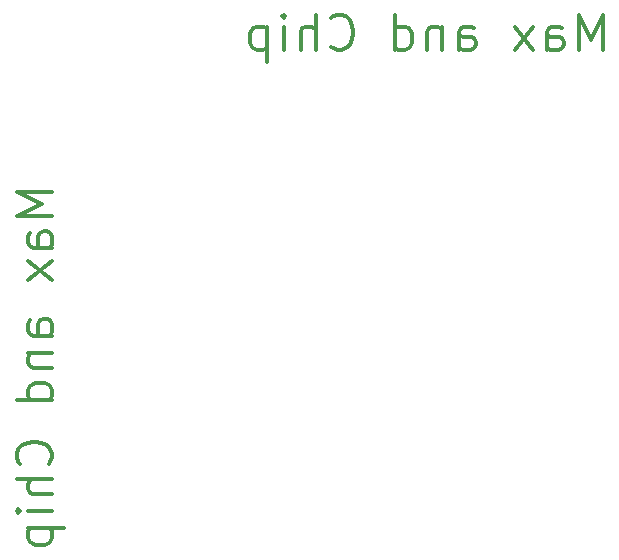
<source format=gbr>
G04 #@! TF.FileFunction,Legend,Bot*
%FSLAX46Y46*%
G04 Gerber Fmt 4.6, Leading zero omitted, Abs format (unit mm)*
G04 Created by KiCad (PCBNEW 4.0.7) date 01/05/18 17:04:07*
%MOMM*%
%LPD*%
G01*
G04 APERTURE LIST*
%ADD10C,0.100000*%
%ADD11C,0.300000*%
G04 APERTURE END LIST*
D10*
D11*
X105979743Y-84253658D02*
X102979743Y-84253658D01*
X105122600Y-85253658D01*
X102979743Y-86253658D01*
X105979743Y-86253658D01*
X105979743Y-88967943D02*
X104408314Y-88967943D01*
X104122600Y-88825086D01*
X103979743Y-88539372D01*
X103979743Y-87967943D01*
X104122600Y-87682229D01*
X105836886Y-88967943D02*
X105979743Y-88682229D01*
X105979743Y-87967943D01*
X105836886Y-87682229D01*
X105551171Y-87539372D01*
X105265457Y-87539372D01*
X104979743Y-87682229D01*
X104836886Y-87967943D01*
X104836886Y-88682229D01*
X104694029Y-88967943D01*
X105979743Y-90110800D02*
X103979743Y-91682229D01*
X103979743Y-90110800D02*
X105979743Y-91682229D01*
X105979743Y-96396514D02*
X104408314Y-96396514D01*
X104122600Y-96253657D01*
X103979743Y-95967943D01*
X103979743Y-95396514D01*
X104122600Y-95110800D01*
X105836886Y-96396514D02*
X105979743Y-96110800D01*
X105979743Y-95396514D01*
X105836886Y-95110800D01*
X105551171Y-94967943D01*
X105265457Y-94967943D01*
X104979743Y-95110800D01*
X104836886Y-95396514D01*
X104836886Y-96110800D01*
X104694029Y-96396514D01*
X103979743Y-97825086D02*
X105979743Y-97825086D01*
X104265457Y-97825086D02*
X104122600Y-97967943D01*
X103979743Y-98253657D01*
X103979743Y-98682229D01*
X104122600Y-98967943D01*
X104408314Y-99110800D01*
X105979743Y-99110800D01*
X105979743Y-101825086D02*
X102979743Y-101825086D01*
X105836886Y-101825086D02*
X105979743Y-101539372D01*
X105979743Y-100967943D01*
X105836886Y-100682229D01*
X105694029Y-100539372D01*
X105408314Y-100396515D01*
X104551171Y-100396515D01*
X104265457Y-100539372D01*
X104122600Y-100682229D01*
X103979743Y-100967943D01*
X103979743Y-101539372D01*
X104122600Y-101825086D01*
X105694029Y-107253657D02*
X105836886Y-107110800D01*
X105979743Y-106682229D01*
X105979743Y-106396515D01*
X105836886Y-105967943D01*
X105551171Y-105682229D01*
X105265457Y-105539372D01*
X104694029Y-105396515D01*
X104265457Y-105396515D01*
X103694029Y-105539372D01*
X103408314Y-105682229D01*
X103122600Y-105967943D01*
X102979743Y-106396515D01*
X102979743Y-106682229D01*
X103122600Y-107110800D01*
X103265457Y-107253657D01*
X105979743Y-108539372D02*
X102979743Y-108539372D01*
X105979743Y-109825086D02*
X104408314Y-109825086D01*
X104122600Y-109682229D01*
X103979743Y-109396515D01*
X103979743Y-108967943D01*
X104122600Y-108682229D01*
X104265457Y-108539372D01*
X105979743Y-111253658D02*
X103979743Y-111253658D01*
X102979743Y-111253658D02*
X103122600Y-111110801D01*
X103265457Y-111253658D01*
X103122600Y-111396515D01*
X102979743Y-111253658D01*
X103265457Y-111253658D01*
X103979743Y-112682229D02*
X106979743Y-112682229D01*
X104122600Y-112682229D02*
X103979743Y-112967943D01*
X103979743Y-113539372D01*
X104122600Y-113825086D01*
X104265457Y-113967943D01*
X104551171Y-114110800D01*
X105408314Y-114110800D01*
X105694029Y-113967943D01*
X105836886Y-113825086D01*
X105979743Y-113539372D01*
X105979743Y-112967943D01*
X105836886Y-112682229D01*
X152601342Y-72223143D02*
X152601342Y-69223143D01*
X151601342Y-71366000D01*
X150601342Y-69223143D01*
X150601342Y-72223143D01*
X147887057Y-72223143D02*
X147887057Y-70651714D01*
X148029914Y-70366000D01*
X148315628Y-70223143D01*
X148887057Y-70223143D01*
X149172771Y-70366000D01*
X147887057Y-72080286D02*
X148172771Y-72223143D01*
X148887057Y-72223143D01*
X149172771Y-72080286D01*
X149315628Y-71794571D01*
X149315628Y-71508857D01*
X149172771Y-71223143D01*
X148887057Y-71080286D01*
X148172771Y-71080286D01*
X147887057Y-70937429D01*
X146744200Y-72223143D02*
X145172771Y-70223143D01*
X146744200Y-70223143D02*
X145172771Y-72223143D01*
X140458486Y-72223143D02*
X140458486Y-70651714D01*
X140601343Y-70366000D01*
X140887057Y-70223143D01*
X141458486Y-70223143D01*
X141744200Y-70366000D01*
X140458486Y-72080286D02*
X140744200Y-72223143D01*
X141458486Y-72223143D01*
X141744200Y-72080286D01*
X141887057Y-71794571D01*
X141887057Y-71508857D01*
X141744200Y-71223143D01*
X141458486Y-71080286D01*
X140744200Y-71080286D01*
X140458486Y-70937429D01*
X139029914Y-70223143D02*
X139029914Y-72223143D01*
X139029914Y-70508857D02*
X138887057Y-70366000D01*
X138601343Y-70223143D01*
X138172771Y-70223143D01*
X137887057Y-70366000D01*
X137744200Y-70651714D01*
X137744200Y-72223143D01*
X135029914Y-72223143D02*
X135029914Y-69223143D01*
X135029914Y-72080286D02*
X135315628Y-72223143D01*
X135887057Y-72223143D01*
X136172771Y-72080286D01*
X136315628Y-71937429D01*
X136458485Y-71651714D01*
X136458485Y-70794571D01*
X136315628Y-70508857D01*
X136172771Y-70366000D01*
X135887057Y-70223143D01*
X135315628Y-70223143D01*
X135029914Y-70366000D01*
X129601343Y-71937429D02*
X129744200Y-72080286D01*
X130172771Y-72223143D01*
X130458485Y-72223143D01*
X130887057Y-72080286D01*
X131172771Y-71794571D01*
X131315628Y-71508857D01*
X131458485Y-70937429D01*
X131458485Y-70508857D01*
X131315628Y-69937429D01*
X131172771Y-69651714D01*
X130887057Y-69366000D01*
X130458485Y-69223143D01*
X130172771Y-69223143D01*
X129744200Y-69366000D01*
X129601343Y-69508857D01*
X128315628Y-72223143D02*
X128315628Y-69223143D01*
X127029914Y-72223143D02*
X127029914Y-70651714D01*
X127172771Y-70366000D01*
X127458485Y-70223143D01*
X127887057Y-70223143D01*
X128172771Y-70366000D01*
X128315628Y-70508857D01*
X125601342Y-72223143D02*
X125601342Y-70223143D01*
X125601342Y-69223143D02*
X125744199Y-69366000D01*
X125601342Y-69508857D01*
X125458485Y-69366000D01*
X125601342Y-69223143D01*
X125601342Y-69508857D01*
X124172771Y-70223143D02*
X124172771Y-73223143D01*
X124172771Y-70366000D02*
X123887057Y-70223143D01*
X123315628Y-70223143D01*
X123029914Y-70366000D01*
X122887057Y-70508857D01*
X122744200Y-70794571D01*
X122744200Y-71651714D01*
X122887057Y-71937429D01*
X123029914Y-72080286D01*
X123315628Y-72223143D01*
X123887057Y-72223143D01*
X124172771Y-72080286D01*
M02*

</source>
